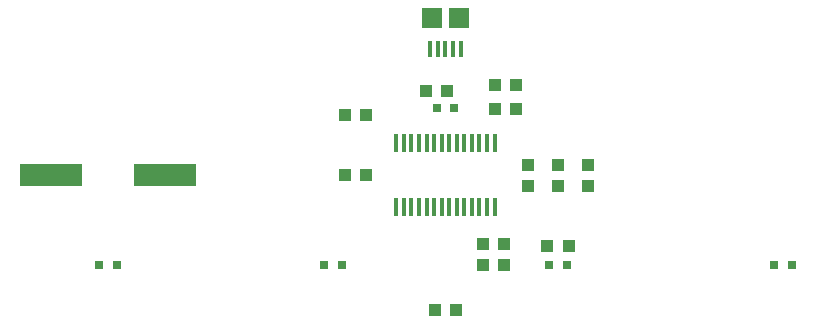
<source format=gtp>
G75*
%MOIN*%
%OFA0B0*%
%FSLAX24Y24*%
%IPPOS*%
%LPD*%
%AMOC8*
5,1,8,0,0,1.08239X$1,22.5*
%
%ADD10R,0.0138X0.0591*%
%ADD11R,0.0433X0.0394*%
%ADD12R,0.0394X0.0433*%
%ADD13R,0.2100X0.0760*%
%ADD14R,0.0157X0.0551*%
%ADD15R,0.0709X0.0709*%
%ADD16R,0.0315X0.0315*%
D10*
X014837Y014037D03*
X015089Y014037D03*
X015341Y014037D03*
X015593Y014037D03*
X015845Y014037D03*
X016097Y014037D03*
X016349Y014037D03*
X016601Y014037D03*
X016853Y014037D03*
X017105Y014037D03*
X017357Y014037D03*
X017609Y014037D03*
X017861Y014037D03*
X018113Y014037D03*
X018113Y016163D03*
X017861Y016163D03*
X017609Y016163D03*
X017357Y016163D03*
X017105Y016163D03*
X016853Y016163D03*
X016601Y016163D03*
X016357Y016163D03*
X016097Y016163D03*
X015845Y016163D03*
X015593Y016163D03*
X015341Y016163D03*
X015089Y016163D03*
X014837Y016163D03*
D11*
X016121Y010600D03*
X016829Y010600D03*
X017721Y012100D03*
X018429Y012100D03*
X018429Y012800D03*
X017721Y012800D03*
X019871Y012750D03*
X020579Y012750D03*
X018829Y017300D03*
X018121Y017300D03*
X018121Y018100D03*
X018829Y018100D03*
X016529Y017900D03*
X015821Y017900D03*
X013829Y017100D03*
X013121Y017100D03*
X013121Y015100D03*
X013829Y015100D03*
D12*
X019225Y014746D03*
X019225Y015454D03*
X020225Y015454D03*
X020225Y014746D03*
X021225Y014746D03*
X021225Y015454D03*
D13*
X007125Y015100D03*
X003325Y015100D03*
D14*
X015963Y019307D03*
X016219Y019307D03*
X016475Y019307D03*
X016731Y019307D03*
X016987Y019307D03*
D15*
X016928Y020350D03*
X016022Y020350D03*
D16*
X016180Y017350D03*
X016770Y017350D03*
X019930Y012100D03*
X020520Y012100D03*
X027430Y012100D03*
X028020Y012100D03*
X013020Y012100D03*
X012430Y012100D03*
X005520Y012100D03*
X004930Y012100D03*
M02*

</source>
